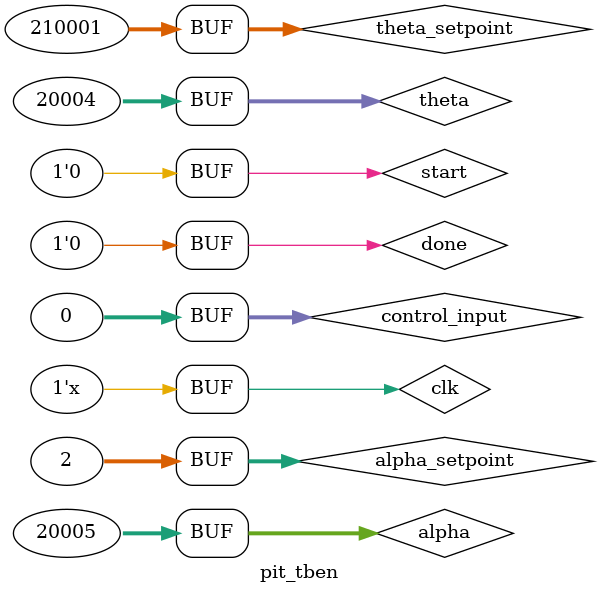
<source format=v>
module pit_tben ();

reg clk=0;
reg start=0;
reg [31:0] theta=0;
reg [31:0] alpha=0;
reg [31:0] theta_setpoint=0;
reg [31:0] alpha_setpoint=0;
wire done=0;
wire [31:0] control_input=0;

parameter key_length = 512;
parameter data_length = 32;
parameter [2047:0] N2 = 508'h1778EB55F880F45868FCBBAA0E3411D3B134284D427EE14309C24941EB42E9B7A63200697FA831F9079F50C23D151877A764ACF0BE62040A94CF09BDDF23469;
parameter [15:0] N2_dash = 16'h6427;
parameter [2047:0] N_mont = 508'h138FD70691ED6093BA71A1D3DC302F7E24D692CDE4AEF2F0287E865E1FD0A1045DEB148374ED4722F556808B87B567C4D52A30E6A9B0240ECD87DF27F2F8BA5;
parameter [2047:0] N_plus_1_mont = 508'hA61394247DD8E660BC2132DD5DCFE7A8A930EBBC26C7DF710A66C272632786A2835382CAE13CEDE09C25B4B4A83599F04E7D9D7C28A5416448920E3D253BDF;
parameter [2047:0] N2_plus_2 = 508'h1778EB55F880F45868FCBBAA0E3411D3B134284D427EE14309C24941EB42E9B7A63200697FA831F9079F50C23D151877A764ACF0BE62040A94CF09BDDF2346B;
parameter [15:0] N2_plus_2_dash = 127'h27BD ;
parameter [2047:0] N = 256'h13611A1EC706880C740F5081ECE4FABD0866205F6DD4061577A9275E12695093;
parameter [15:0] N_dash = 127'h B265;
parameter [2047:0] random_seed = 508'hB1FEEFAFADBE9EFDBACD510261CCF4F17A5088BA4D402DC93BBA837CB4826C27A109463FAEFEF20662D96DA751B5E811E51EED0665E4F8FFEA89C610BD5FA8;
parameter [2047:0] lambda = 256'h33AD9AFCBD66C021357E2C0522629CA0B8D0DCD6C99331A360C85042AA8C348;
parameter [2047:0] N_inv_R_mont = 508'h14FFB8D29D6FFE75E4B10794BF40B6FD27039C9B7CB1F727884A229F5130ACB082C505AF92D33B2163C8C7DD4BDBE1DBC2381AE8446D13B6C97B7B8A916F80D;
parameter [2047:0] mu_mont = 256'hE228860E3E3B5BDC36E523B5A2B7FF2FCD227B92F62D4B7FDC1A8ED984BD474;
parameter [2047:0] k_p_theta = 1'h3;
parameter [2047:0] k_d_theta = 1'h5;
parameter [2047:0] k_alpha = 1'h7;
parameter [2047:0] neg_k_d_theta = 1'hB;
parameter [2047:0] neg_k_d_alpha = 1'hD;
parameter [2047:0] R2_mod_N2 = 508'hBDD0D1FC84A56B42D19C5A9DB797FA71960982BAB9EE33BB2485A3493B365A75012A71B635151A77167FAD41A5A2689667AFBC6EA822F61FBEEA76D6AE4476;
parameter [2047:0] R_mod_N2 = 508'hE4A4D91AE71222ABA4D2D0407E0E0D016F0A43B203C6C49F1EA2F0AF1A4C11D707C2412B8CEB9B41C0B2B81FFE30A51D72255E1D73C34120BD04B79BE7E4A3;

paillier_inverted_pendulum p_tben (
.clk(clk),
.start(start), 
.theta(theta),
.alpha(alpha),
.theta_setpoint(theta_setpoint),
.alpha_setpoint(alpha_setpoint),
.done(done), 
.control_input(control_input));


always 
#10 clk=~clk;

initial
begin 
#5; start = 1; theta = 20015;  alpha = 20017;  theta_setpoint = 210008;   alpha_setpoint = 0;
#10; start = 0; 

#89995; theta = 20004;  alpha = 20005;  theta_setpoint = 210001;   alpha_setpoint = 2;
end
endmodule
</source>
